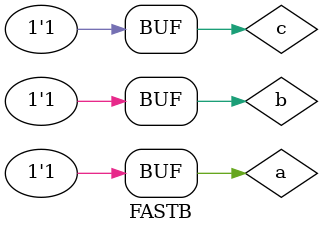
<source format=v>
`timescale 1ns / 1ps


module FASTB();
    reg a, b, c;
    wire s, ca;

FAstruc uut(.A(a),.B(b),.C(c),.S(s),.Carry(ca));
initial
    begin
        a = 0; b=0; c=0;
        #50
        a = 0; b=0; c=1;
        #50
        a = 0; b=1; c=0;
        #50
        a = 0; b=1; c=1;
        #50
        a = 1; b=0; c=0;
        #50
        a = 1; b=0; c=1;
        #50
        a = 1; b=1; c=0;
        #50
        a = 1; b=1; c=1;
    end

endmodule

</source>
